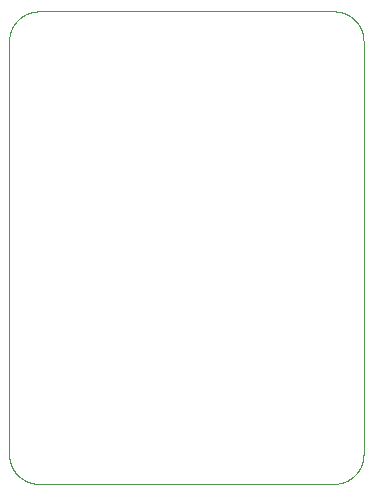
<source format=gbr>
%TF.GenerationSoftware,Flux,Pcbnew,7.0.11-7.0.11~ubuntu20.04.1*%
%TF.CreationDate,2025-02-06T22:25:38+00:00*%
%TF.ProjectId,input,696e7075-742e-46b6-9963-61645f706362,rev?*%
%TF.SameCoordinates,Original*%
%TF.FileFunction,Profile,NP*%
%FSLAX46Y46*%
G04 Gerber Fmt 4.6, Leading zero omitted, Abs format (unit mm)*
G04 Filename: driverv4release*
G04 Build it with Flux! Visit our site at: https://www.flux.ai (PCBNEW 7.0.11-7.0.11~ubuntu20.04.1) date 2025-02-06 22:25:38*
%MOMM*%
%LPD*%
G01*
G04 APERTURE LIST*
%TA.AperFunction,Profile*%
%ADD10C,0.050000*%
%TD*%
G04 APERTURE END LIST*
D10*
X-11432900Y-18932900D02*
X-11463579Y-18932712D01*
X-11463579Y-18932712D02*
X-11494253Y-18932147D01*
X-11494253Y-18932147D02*
X-11524918Y-18931206D01*
X-11524918Y-18931206D02*
X-11555569Y-18929889D01*
X-11555569Y-18929889D02*
X-11586202Y-18928195D01*
X-11586202Y-18928195D02*
X-11616811Y-18926126D01*
X-11616811Y-18926126D02*
X-11647393Y-18923682D01*
X-11647393Y-18923682D02*
X-11677943Y-18920862D01*
X-11677943Y-18920862D02*
X-11708456Y-18917667D01*
X-11708456Y-18917667D02*
X-11738927Y-18914099D01*
X-11738927Y-18914099D02*
X-11769352Y-18910157D01*
X-11769352Y-18910157D02*
X-11799726Y-18905841D01*
X-11799726Y-18905841D02*
X-11830045Y-18901154D01*
X-11830045Y-18901154D02*
X-11860305Y-18896094D01*
X-11860305Y-18896094D02*
X-11890500Y-18890664D01*
X-11890500Y-18890664D02*
X-11920626Y-18884863D01*
X-11920626Y-18884863D02*
X-11950678Y-18878693D01*
X-11950678Y-18878693D02*
X-11980653Y-18872155D01*
X-11980653Y-18872155D02*
X-12010545Y-18865250D01*
X-12010545Y-18865250D02*
X-12040350Y-18857978D01*
X-12040350Y-18857978D02*
X-12070064Y-18850341D01*
X-12070064Y-18850341D02*
X-12099682Y-18842340D01*
X-12099682Y-18842340D02*
X-12129199Y-18833976D01*
X-12129199Y-18833976D02*
X-12158612Y-18825251D01*
X-12158612Y-18825251D02*
X-12187915Y-18816165D01*
X-12187915Y-18816165D02*
X-12217104Y-18806720D01*
X-12217104Y-18806720D02*
X-12246176Y-18796918D01*
X-12246176Y-18796918D02*
X-12275125Y-18786760D01*
X-12275125Y-18786760D02*
X-12303947Y-18776248D01*
X-12303947Y-18776248D02*
X-12332638Y-18765382D01*
X-12332638Y-18765382D02*
X-12361193Y-18754165D01*
X-12361193Y-18754165D02*
X-12389609Y-18742599D01*
X-12389609Y-18742599D02*
X-12417880Y-18730685D01*
X-12417880Y-18730685D02*
X-12446003Y-18718424D01*
X-12446003Y-18718424D02*
X-12473974Y-18705820D01*
X-12473974Y-18705820D02*
X-12501788Y-18692873D01*
X-12501788Y-18692873D02*
X-12529441Y-18679586D01*
X-12529441Y-18679586D02*
X-12556928Y-18665961D01*
X-12556928Y-18665961D02*
X-12584247Y-18651999D01*
X-12584247Y-18651999D02*
X-12611392Y-18637703D01*
X-12611392Y-18637703D02*
X-12638359Y-18623075D01*
X-12638359Y-18623075D02*
X-12665145Y-18608117D01*
X-12665145Y-18608117D02*
X-12691746Y-18592832D01*
X-12691746Y-18592832D02*
X-12718157Y-18577222D01*
X-12718157Y-18577222D02*
X-12744374Y-18561288D01*
X-12744374Y-18561288D02*
X-12770394Y-18545034D01*
X-12770394Y-18545034D02*
X-12796212Y-18528462D01*
X-12796212Y-18528462D02*
X-12821826Y-18511574D01*
X-12821826Y-18511574D02*
X-12847230Y-18494373D01*
X-12847230Y-18494373D02*
X-12872420Y-18476862D01*
X-12872420Y-18476862D02*
X-12897395Y-18459043D01*
X-12897395Y-18459043D02*
X-12922148Y-18440919D01*
X-12922148Y-18440919D02*
X-12946678Y-18422492D01*
X-12946678Y-18422492D02*
X-12970979Y-18403766D01*
X-12970979Y-18403766D02*
X-12995049Y-18384743D01*
X-12995049Y-18384743D02*
X-13018883Y-18365426D01*
X-13018883Y-18365426D02*
X-13042479Y-18345818D01*
X-13042479Y-18345818D02*
X-13065832Y-18325922D01*
X-13065832Y-18325922D02*
X-13088939Y-18305741D01*
X-13088939Y-18305741D02*
X-13111797Y-18285278D01*
X-13111797Y-18285278D02*
X-13134402Y-18264536D01*
X-13134402Y-18264536D02*
X-13156751Y-18243518D01*
X-13156751Y-18243518D02*
X-13178841Y-18222227D01*
X-13178841Y-18222227D02*
X-13200667Y-18200667D01*
X-13200667Y-18200667D02*
X-13222227Y-18178841D01*
X-13222227Y-18178841D02*
X-13243518Y-18156751D01*
X-13243518Y-18156751D02*
X-13264536Y-18134402D01*
X-13264536Y-18134402D02*
X-13285278Y-18111797D01*
X-13285278Y-18111797D02*
X-13305741Y-18088939D01*
X-13305741Y-18088939D02*
X-13325922Y-18065832D01*
X-13325922Y-18065832D02*
X-13345818Y-18042479D01*
X-13345818Y-18042479D02*
X-13365426Y-18018883D01*
X-13365426Y-18018883D02*
X-13384743Y-17995049D01*
X-13384743Y-17995049D02*
X-13403766Y-17970979D01*
X-13403766Y-17970979D02*
X-13422492Y-17946678D01*
X-13422492Y-17946678D02*
X-13440919Y-17922148D01*
X-13440919Y-17922148D02*
X-13459043Y-17897395D01*
X-13459043Y-17897395D02*
X-13476862Y-17872420D01*
X-13476862Y-17872420D02*
X-13494373Y-17847230D01*
X-13494373Y-17847230D02*
X-13511574Y-17821826D01*
X-13511574Y-17821826D02*
X-13528462Y-17796212D01*
X-13528462Y-17796212D02*
X-13545034Y-17770394D01*
X-13545034Y-17770394D02*
X-13561288Y-17744374D01*
X-13561288Y-17744374D02*
X-13577222Y-17718157D01*
X-13577222Y-17718157D02*
X-13592832Y-17691746D01*
X-13592832Y-17691746D02*
X-13608117Y-17665145D01*
X-13608117Y-17665145D02*
X-13623075Y-17638359D01*
X-13623075Y-17638359D02*
X-13637703Y-17611392D01*
X-13637703Y-17611392D02*
X-13651999Y-17584247D01*
X-13651999Y-17584247D02*
X-13665961Y-17556928D01*
X-13665961Y-17556928D02*
X-13679586Y-17529441D01*
X-13679586Y-17529441D02*
X-13692873Y-17501788D01*
X-13692873Y-17501788D02*
X-13705820Y-17473974D01*
X-13705820Y-17473974D02*
X-13718424Y-17446003D01*
X-13718424Y-17446003D02*
X-13730685Y-17417880D01*
X-13730685Y-17417880D02*
X-13742599Y-17389609D01*
X-13742599Y-17389609D02*
X-13754165Y-17361193D01*
X-13754165Y-17361193D02*
X-13765382Y-17332638D01*
X-13765382Y-17332638D02*
X-13776248Y-17303947D01*
X-13776248Y-17303947D02*
X-13786760Y-17275125D01*
X-13786760Y-17275125D02*
X-13796918Y-17246176D01*
X-13796918Y-17246176D02*
X-13806720Y-17217104D01*
X-13806720Y-17217104D02*
X-13816165Y-17187915D01*
X-13816165Y-17187915D02*
X-13825251Y-17158612D01*
X-13825251Y-17158612D02*
X-13833976Y-17129199D01*
X-13833976Y-17129199D02*
X-13842340Y-17099682D01*
X-13842340Y-17099682D02*
X-13850341Y-17070064D01*
X-13850341Y-17070064D02*
X-13857978Y-17040350D01*
X-13857978Y-17040350D02*
X-13865250Y-17010545D01*
X-13865250Y-17010545D02*
X-13872155Y-16980653D01*
X-13872155Y-16980653D02*
X-13878693Y-16950678D01*
X-13878693Y-16950678D02*
X-13884863Y-16920626D01*
X-13884863Y-16920626D02*
X-13890664Y-16890500D01*
X-13890664Y-16890500D02*
X-13896094Y-16860305D01*
X-13896094Y-16860305D02*
X-13901154Y-16830045D01*
X-13901154Y-16830045D02*
X-13905841Y-16799726D01*
X-13905841Y-16799726D02*
X-13910157Y-16769352D01*
X-13910157Y-16769352D02*
X-13914099Y-16738927D01*
X-13914099Y-16738927D02*
X-13917667Y-16708456D01*
X-13917667Y-16708456D02*
X-13920862Y-16677943D01*
X-13920862Y-16677943D02*
X-13923682Y-16647393D01*
X-13923682Y-16647393D02*
X-13926126Y-16616811D01*
X-13926126Y-16616811D02*
X-13928195Y-16586202D01*
X-13928195Y-16586202D02*
X-13929889Y-16555569D01*
X-13929889Y-16555569D02*
X-13931206Y-16524918D01*
X-13931206Y-16524918D02*
X-13932147Y-16494253D01*
X-13932147Y-16494253D02*
X-13932712Y-16463579D01*
X-13932712Y-16463579D02*
X-13932900Y-16432900D01*
X-13932900Y-16432900D02*
X-13932900Y18567100D01*
X-13932900Y18567100D02*
X-13932712Y18597779D01*
X-13932712Y18597779D02*
X-13932147Y18628453D01*
X-13932147Y18628453D02*
X-13931206Y18659118D01*
X-13931206Y18659118D02*
X-13929889Y18689769D01*
X-13929889Y18689769D02*
X-13928195Y18720402D01*
X-13928195Y18720402D02*
X-13926126Y18751011D01*
X-13926126Y18751011D02*
X-13923682Y18781593D01*
X-13923682Y18781593D02*
X-13920862Y18812143D01*
X-13920862Y18812143D02*
X-13917667Y18842656D01*
X-13917667Y18842656D02*
X-13914099Y18873127D01*
X-13914099Y18873127D02*
X-13910157Y18903552D01*
X-13910157Y18903552D02*
X-13905841Y18933926D01*
X-13905841Y18933926D02*
X-13901154Y18964245D01*
X-13901154Y18964245D02*
X-13896094Y18994505D01*
X-13896094Y18994505D02*
X-13890664Y19024700D01*
X-13890664Y19024700D02*
X-13884863Y19054826D01*
X-13884863Y19054826D02*
X-13878693Y19084878D01*
X-13878693Y19084878D02*
X-13872155Y19114853D01*
X-13872155Y19114853D02*
X-13865250Y19144745D01*
X-13865250Y19144745D02*
X-13857978Y19174550D01*
X-13857978Y19174550D02*
X-13850341Y19204264D01*
X-13850341Y19204264D02*
X-13842340Y19233882D01*
X-13842340Y19233882D02*
X-13833976Y19263399D01*
X-13833976Y19263399D02*
X-13825251Y19292812D01*
X-13825251Y19292812D02*
X-13816165Y19322115D01*
X-13816165Y19322115D02*
X-13806720Y19351304D01*
X-13806720Y19351304D02*
X-13796918Y19380376D01*
X-13796918Y19380376D02*
X-13786760Y19409325D01*
X-13786760Y19409325D02*
X-13776248Y19438147D01*
X-13776248Y19438147D02*
X-13765382Y19466838D01*
X-13765382Y19466838D02*
X-13754165Y19495393D01*
X-13754165Y19495393D02*
X-13742599Y19523809D01*
X-13742599Y19523809D02*
X-13730685Y19552080D01*
X-13730685Y19552080D02*
X-13718424Y19580203D01*
X-13718424Y19580203D02*
X-13705820Y19608174D01*
X-13705820Y19608174D02*
X-13692873Y19635988D01*
X-13692873Y19635988D02*
X-13679586Y19663641D01*
X-13679586Y19663641D02*
X-13665961Y19691128D01*
X-13665961Y19691128D02*
X-13651999Y19718447D01*
X-13651999Y19718447D02*
X-13637703Y19745592D01*
X-13637703Y19745592D02*
X-13623075Y19772559D01*
X-13623075Y19772559D02*
X-13608117Y19799345D01*
X-13608117Y19799345D02*
X-13592832Y19825946D01*
X-13592832Y19825946D02*
X-13577222Y19852357D01*
X-13577222Y19852357D02*
X-13561288Y19878574D01*
X-13561288Y19878574D02*
X-13545034Y19904594D01*
X-13545034Y19904594D02*
X-13528462Y19930412D01*
X-13528462Y19930412D02*
X-13511574Y19956026D01*
X-13511574Y19956026D02*
X-13494373Y19981430D01*
X-13494373Y19981430D02*
X-13476862Y20006620D01*
X-13476862Y20006620D02*
X-13459043Y20031595D01*
X-13459043Y20031595D02*
X-13440919Y20056348D01*
X-13440919Y20056348D02*
X-13422492Y20080878D01*
X-13422492Y20080878D02*
X-13403766Y20105179D01*
X-13403766Y20105179D02*
X-13384743Y20129249D01*
X-13384743Y20129249D02*
X-13365426Y20153083D01*
X-13365426Y20153083D02*
X-13345818Y20176679D01*
X-13345818Y20176679D02*
X-13325922Y20200032D01*
X-13325922Y20200032D02*
X-13305741Y20223139D01*
X-13305741Y20223139D02*
X-13285278Y20245997D01*
X-13285278Y20245997D02*
X-13264536Y20268602D01*
X-13264536Y20268602D02*
X-13243518Y20290951D01*
X-13243518Y20290951D02*
X-13222227Y20313041D01*
X-13222227Y20313041D02*
X-13200667Y20334867D01*
X-13200667Y20334867D02*
X-13178841Y20356427D01*
X-13178841Y20356427D02*
X-13156751Y20377718D01*
X-13156751Y20377718D02*
X-13134402Y20398736D01*
X-13134402Y20398736D02*
X-13111797Y20419478D01*
X-13111797Y20419478D02*
X-13088939Y20439941D01*
X-13088939Y20439941D02*
X-13065832Y20460122D01*
X-13065832Y20460122D02*
X-13042479Y20480018D01*
X-13042479Y20480018D02*
X-13018883Y20499626D01*
X-13018883Y20499626D02*
X-12995049Y20518943D01*
X-12995049Y20518943D02*
X-12970979Y20537966D01*
X-12970979Y20537966D02*
X-12946678Y20556692D01*
X-12946678Y20556692D02*
X-12922148Y20575119D01*
X-12922148Y20575119D02*
X-12897395Y20593243D01*
X-12897395Y20593243D02*
X-12872420Y20611062D01*
X-12872420Y20611062D02*
X-12847230Y20628573D01*
X-12847230Y20628573D02*
X-12821826Y20645774D01*
X-12821826Y20645774D02*
X-12796212Y20662662D01*
X-12796212Y20662662D02*
X-12770394Y20679234D01*
X-12770394Y20679234D02*
X-12744374Y20695488D01*
X-12744374Y20695488D02*
X-12718157Y20711422D01*
X-12718157Y20711422D02*
X-12691746Y20727032D01*
X-12691746Y20727032D02*
X-12665145Y20742317D01*
X-12665145Y20742317D02*
X-12638359Y20757275D01*
X-12638359Y20757275D02*
X-12611392Y20771903D01*
X-12611392Y20771903D02*
X-12584247Y20786199D01*
X-12584247Y20786199D02*
X-12556928Y20800161D01*
X-12556928Y20800161D02*
X-12529441Y20813786D01*
X-12529441Y20813786D02*
X-12501788Y20827073D01*
X-12501788Y20827073D02*
X-12473974Y20840020D01*
X-12473974Y20840020D02*
X-12446003Y20852624D01*
X-12446003Y20852624D02*
X-12417880Y20864885D01*
X-12417880Y20864885D02*
X-12389609Y20876799D01*
X-12389609Y20876799D02*
X-12361193Y20888365D01*
X-12361193Y20888365D02*
X-12332638Y20899582D01*
X-12332638Y20899582D02*
X-12303947Y20910448D01*
X-12303947Y20910448D02*
X-12275125Y20920960D01*
X-12275125Y20920960D02*
X-12246176Y20931118D01*
X-12246176Y20931118D02*
X-12217104Y20940920D01*
X-12217104Y20940920D02*
X-12187915Y20950365D01*
X-12187915Y20950365D02*
X-12158612Y20959451D01*
X-12158612Y20959451D02*
X-12129199Y20968176D01*
X-12129199Y20968176D02*
X-12099682Y20976540D01*
X-12099682Y20976540D02*
X-12070064Y20984541D01*
X-12070064Y20984541D02*
X-12040350Y20992178D01*
X-12040350Y20992178D02*
X-12010545Y20999450D01*
X-12010545Y20999450D02*
X-11980653Y21006355D01*
X-11980653Y21006355D02*
X-11950678Y21012893D01*
X-11950678Y21012893D02*
X-11920626Y21019063D01*
X-11920626Y21019063D02*
X-11890500Y21024864D01*
X-11890500Y21024864D02*
X-11860305Y21030294D01*
X-11860305Y21030294D02*
X-11830045Y21035354D01*
X-11830045Y21035354D02*
X-11799726Y21040041D01*
X-11799726Y21040041D02*
X-11769352Y21044357D01*
X-11769352Y21044357D02*
X-11738927Y21048299D01*
X-11738927Y21048299D02*
X-11708456Y21051867D01*
X-11708456Y21051867D02*
X-11677943Y21055062D01*
X-11677943Y21055062D02*
X-11647393Y21057882D01*
X-11647393Y21057882D02*
X-11616811Y21060326D01*
X-11616811Y21060326D02*
X-11586202Y21062395D01*
X-11586202Y21062395D02*
X-11555569Y21064089D01*
X-11555569Y21064089D02*
X-11524918Y21065406D01*
X-11524918Y21065406D02*
X-11494253Y21066347D01*
X-11494253Y21066347D02*
X-11463579Y21066912D01*
X-11463579Y21066912D02*
X-11432900Y21067100D01*
X-11432900Y21067100D02*
X13567100Y21067100D01*
X13567100Y21067100D02*
X13597779Y21066912D01*
X13597779Y21066912D02*
X13628453Y21066347D01*
X13628453Y21066347D02*
X13659118Y21065406D01*
X13659118Y21065406D02*
X13689769Y21064089D01*
X13689769Y21064089D02*
X13720402Y21062395D01*
X13720402Y21062395D02*
X13751011Y21060326D01*
X13751011Y21060326D02*
X13781593Y21057882D01*
X13781593Y21057882D02*
X13812143Y21055062D01*
X13812143Y21055062D02*
X13842656Y21051867D01*
X13842656Y21051867D02*
X13873127Y21048299D01*
X13873127Y21048299D02*
X13903552Y21044357D01*
X13903552Y21044357D02*
X13933926Y21040041D01*
X13933926Y21040041D02*
X13964245Y21035354D01*
X13964245Y21035354D02*
X13994505Y21030294D01*
X13994505Y21030294D02*
X14024700Y21024864D01*
X14024700Y21024864D02*
X14054826Y21019063D01*
X14054826Y21019063D02*
X14084878Y21012893D01*
X14084878Y21012893D02*
X14114853Y21006355D01*
X14114853Y21006355D02*
X14144745Y20999450D01*
X14144745Y20999450D02*
X14174550Y20992178D01*
X14174550Y20992178D02*
X14204264Y20984541D01*
X14204264Y20984541D02*
X14233882Y20976540D01*
X14233882Y20976540D02*
X14263399Y20968176D01*
X14263399Y20968176D02*
X14292812Y20959451D01*
X14292812Y20959451D02*
X14322115Y20950365D01*
X14322115Y20950365D02*
X14351304Y20940920D01*
X14351304Y20940920D02*
X14380376Y20931118D01*
X14380376Y20931118D02*
X14409325Y20920960D01*
X14409325Y20920960D02*
X14438147Y20910448D01*
X14438147Y20910448D02*
X14466838Y20899582D01*
X14466838Y20899582D02*
X14495393Y20888365D01*
X14495393Y20888365D02*
X14523809Y20876799D01*
X14523809Y20876799D02*
X14552080Y20864885D01*
X14552080Y20864885D02*
X14580203Y20852624D01*
X14580203Y20852624D02*
X14608174Y20840020D01*
X14608174Y20840020D02*
X14635988Y20827073D01*
X14635988Y20827073D02*
X14663641Y20813786D01*
X14663641Y20813786D02*
X14691128Y20800161D01*
X14691128Y20800161D02*
X14718447Y20786199D01*
X14718447Y20786199D02*
X14745592Y20771903D01*
X14745592Y20771903D02*
X14772559Y20757275D01*
X14772559Y20757275D02*
X14799345Y20742317D01*
X14799345Y20742317D02*
X14825946Y20727032D01*
X14825946Y20727032D02*
X14852357Y20711422D01*
X14852357Y20711422D02*
X14878574Y20695488D01*
X14878574Y20695488D02*
X14904594Y20679234D01*
X14904594Y20679234D02*
X14930412Y20662662D01*
X14930412Y20662662D02*
X14956026Y20645774D01*
X14956026Y20645774D02*
X14981430Y20628573D01*
X14981430Y20628573D02*
X15006620Y20611062D01*
X15006620Y20611062D02*
X15031595Y20593243D01*
X15031595Y20593243D02*
X15056348Y20575119D01*
X15056348Y20575119D02*
X15080878Y20556692D01*
X15080878Y20556692D02*
X15105179Y20537966D01*
X15105179Y20537966D02*
X15129249Y20518943D01*
X15129249Y20518943D02*
X15153083Y20499626D01*
X15153083Y20499626D02*
X15176679Y20480018D01*
X15176679Y20480018D02*
X15200032Y20460122D01*
X15200032Y20460122D02*
X15223139Y20439941D01*
X15223139Y20439941D02*
X15245997Y20419478D01*
X15245997Y20419478D02*
X15268602Y20398736D01*
X15268602Y20398736D02*
X15290951Y20377718D01*
X15290951Y20377718D02*
X15313041Y20356427D01*
X15313041Y20356427D02*
X15334867Y20334867D01*
X15334867Y20334867D02*
X15356427Y20313041D01*
X15356427Y20313041D02*
X15377718Y20290951D01*
X15377718Y20290951D02*
X15398736Y20268602D01*
X15398736Y20268602D02*
X15419478Y20245997D01*
X15419478Y20245997D02*
X15439941Y20223139D01*
X15439941Y20223139D02*
X15460122Y20200032D01*
X15460122Y20200032D02*
X15480018Y20176679D01*
X15480018Y20176679D02*
X15499626Y20153083D01*
X15499626Y20153083D02*
X15518943Y20129249D01*
X15518943Y20129249D02*
X15537966Y20105179D01*
X15537966Y20105179D02*
X15556692Y20080878D01*
X15556692Y20080878D02*
X15575119Y20056348D01*
X15575119Y20056348D02*
X15593243Y20031595D01*
X15593243Y20031595D02*
X15611062Y20006620D01*
X15611062Y20006620D02*
X15628573Y19981430D01*
X15628573Y19981430D02*
X15645774Y19956026D01*
X15645774Y19956026D02*
X15662662Y19930412D01*
X15662662Y19930412D02*
X15679234Y19904594D01*
X15679234Y19904594D02*
X15695488Y19878574D01*
X15695488Y19878574D02*
X15711422Y19852357D01*
X15711422Y19852357D02*
X15727032Y19825946D01*
X15727032Y19825946D02*
X15742317Y19799345D01*
X15742317Y19799345D02*
X15757275Y19772559D01*
X15757275Y19772559D02*
X15771903Y19745592D01*
X15771903Y19745592D02*
X15786199Y19718447D01*
X15786199Y19718447D02*
X15800161Y19691128D01*
X15800161Y19691128D02*
X15813786Y19663641D01*
X15813786Y19663641D02*
X15827073Y19635988D01*
X15827073Y19635988D02*
X15840020Y19608174D01*
X15840020Y19608174D02*
X15852624Y19580203D01*
X15852624Y19580203D02*
X15864885Y19552080D01*
X15864885Y19552080D02*
X15876799Y19523809D01*
X15876799Y19523809D02*
X15888365Y19495393D01*
X15888365Y19495393D02*
X15899582Y19466838D01*
X15899582Y19466838D02*
X15910448Y19438147D01*
X15910448Y19438147D02*
X15920960Y19409325D01*
X15920960Y19409325D02*
X15931118Y19380376D01*
X15931118Y19380376D02*
X15940920Y19351304D01*
X15940920Y19351304D02*
X15950365Y19322115D01*
X15950365Y19322115D02*
X15959451Y19292812D01*
X15959451Y19292812D02*
X15968176Y19263399D01*
X15968176Y19263399D02*
X15976540Y19233882D01*
X15976540Y19233882D02*
X15984541Y19204264D01*
X15984541Y19204264D02*
X15992178Y19174550D01*
X15992178Y19174550D02*
X15999450Y19144745D01*
X15999450Y19144745D02*
X16006355Y19114853D01*
X16006355Y19114853D02*
X16012893Y19084878D01*
X16012893Y19084878D02*
X16019063Y19054826D01*
X16019063Y19054826D02*
X16024864Y19024700D01*
X16024864Y19024700D02*
X16030294Y18994505D01*
X16030294Y18994505D02*
X16035354Y18964245D01*
X16035354Y18964245D02*
X16040041Y18933926D01*
X16040041Y18933926D02*
X16044357Y18903552D01*
X16044357Y18903552D02*
X16048299Y18873127D01*
X16048299Y18873127D02*
X16051867Y18842656D01*
X16051867Y18842656D02*
X16055062Y18812143D01*
X16055062Y18812143D02*
X16057882Y18781593D01*
X16057882Y18781593D02*
X16060326Y18751011D01*
X16060326Y18751011D02*
X16062395Y18720402D01*
X16062395Y18720402D02*
X16064089Y18689769D01*
X16064089Y18689769D02*
X16065406Y18659118D01*
X16065406Y18659118D02*
X16066347Y18628453D01*
X16066347Y18628453D02*
X16066912Y18597779D01*
X16066912Y18597779D02*
X16067100Y18567100D01*
X16067100Y18567100D02*
X16067100Y-16432900D01*
X16067100Y-16432900D02*
X16066912Y-16463579D01*
X16066912Y-16463579D02*
X16066347Y-16494253D01*
X16066347Y-16494253D02*
X16065406Y-16524918D01*
X16065406Y-16524918D02*
X16064089Y-16555569D01*
X16064089Y-16555569D02*
X16062395Y-16586202D01*
X16062395Y-16586202D02*
X16060326Y-16616811D01*
X16060326Y-16616811D02*
X16057882Y-16647393D01*
X16057882Y-16647393D02*
X16055062Y-16677943D01*
X16055062Y-16677943D02*
X16051867Y-16708456D01*
X16051867Y-16708456D02*
X16048299Y-16738927D01*
X16048299Y-16738927D02*
X16044357Y-16769352D01*
X16044357Y-16769352D02*
X16040041Y-16799726D01*
X16040041Y-16799726D02*
X16035354Y-16830045D01*
X16035354Y-16830045D02*
X16030294Y-16860305D01*
X16030294Y-16860305D02*
X16024864Y-16890500D01*
X16024864Y-16890500D02*
X16019063Y-16920626D01*
X16019063Y-16920626D02*
X16012893Y-16950678D01*
X16012893Y-16950678D02*
X16006355Y-16980653D01*
X16006355Y-16980653D02*
X15999450Y-17010545D01*
X15999450Y-17010545D02*
X15992178Y-17040350D01*
X15992178Y-17040350D02*
X15984541Y-17070064D01*
X15984541Y-17070064D02*
X15976540Y-17099682D01*
X15976540Y-17099682D02*
X15968176Y-17129199D01*
X15968176Y-17129199D02*
X15959451Y-17158612D01*
X15959451Y-17158612D02*
X15950365Y-17187915D01*
X15950365Y-17187915D02*
X15940920Y-17217104D01*
X15940920Y-17217104D02*
X15931118Y-17246176D01*
X15931118Y-17246176D02*
X15920960Y-17275125D01*
X15920960Y-17275125D02*
X15910448Y-17303947D01*
X15910448Y-17303947D02*
X15899582Y-17332638D01*
X15899582Y-17332638D02*
X15888365Y-17361193D01*
X15888365Y-17361193D02*
X15876799Y-17389609D01*
X15876799Y-17389609D02*
X15864885Y-17417880D01*
X15864885Y-17417880D02*
X15852624Y-17446003D01*
X15852624Y-17446003D02*
X15840020Y-17473974D01*
X15840020Y-17473974D02*
X15827073Y-17501788D01*
X15827073Y-17501788D02*
X15813786Y-17529441D01*
X15813786Y-17529441D02*
X15800161Y-17556928D01*
X15800161Y-17556928D02*
X15786199Y-17584247D01*
X15786199Y-17584247D02*
X15771903Y-17611392D01*
X15771903Y-17611392D02*
X15757275Y-17638359D01*
X15757275Y-17638359D02*
X15742317Y-17665145D01*
X15742317Y-17665145D02*
X15727032Y-17691746D01*
X15727032Y-17691746D02*
X15711422Y-17718157D01*
X15711422Y-17718157D02*
X15695488Y-17744374D01*
X15695488Y-17744374D02*
X15679234Y-17770394D01*
X15679234Y-17770394D02*
X15662662Y-17796212D01*
X15662662Y-17796212D02*
X15645774Y-17821826D01*
X15645774Y-17821826D02*
X15628573Y-17847230D01*
X15628573Y-17847230D02*
X15611062Y-17872420D01*
X15611062Y-17872420D02*
X15593243Y-17897395D01*
X15593243Y-17897395D02*
X15575119Y-17922148D01*
X15575119Y-17922148D02*
X15556692Y-17946678D01*
X15556692Y-17946678D02*
X15537966Y-17970979D01*
X15537966Y-17970979D02*
X15518943Y-17995049D01*
X15518943Y-17995049D02*
X15499626Y-18018883D01*
X15499626Y-18018883D02*
X15480018Y-18042479D01*
X15480018Y-18042479D02*
X15460122Y-18065832D01*
X15460122Y-18065832D02*
X15439941Y-18088939D01*
X15439941Y-18088939D02*
X15419478Y-18111797D01*
X15419478Y-18111797D02*
X15398736Y-18134402D01*
X15398736Y-18134402D02*
X15377718Y-18156751D01*
X15377718Y-18156751D02*
X15356427Y-18178841D01*
X15356427Y-18178841D02*
X15334867Y-18200667D01*
X15334867Y-18200667D02*
X15313041Y-18222227D01*
X15313041Y-18222227D02*
X15290951Y-18243518D01*
X15290951Y-18243518D02*
X15268602Y-18264536D01*
X15268602Y-18264536D02*
X15245997Y-18285278D01*
X15245997Y-18285278D02*
X15223139Y-18305741D01*
X15223139Y-18305741D02*
X15200032Y-18325922D01*
X15200032Y-18325922D02*
X15176679Y-18345818D01*
X15176679Y-18345818D02*
X15153083Y-18365426D01*
X15153083Y-18365426D02*
X15129249Y-18384743D01*
X15129249Y-18384743D02*
X15105179Y-18403766D01*
X15105179Y-18403766D02*
X15080878Y-18422492D01*
X15080878Y-18422492D02*
X15056348Y-18440919D01*
X15056348Y-18440919D02*
X15031595Y-18459043D01*
X15031595Y-18459043D02*
X15006620Y-18476862D01*
X15006620Y-18476862D02*
X14981430Y-18494373D01*
X14981430Y-18494373D02*
X14956026Y-18511574D01*
X14956026Y-18511574D02*
X14930412Y-18528462D01*
X14930412Y-18528462D02*
X14904594Y-18545034D01*
X14904594Y-18545034D02*
X14878574Y-18561288D01*
X14878574Y-18561288D02*
X14852357Y-18577222D01*
X14852357Y-18577222D02*
X14825946Y-18592832D01*
X14825946Y-18592832D02*
X14799345Y-18608117D01*
X14799345Y-18608117D02*
X14772559Y-18623075D01*
X14772559Y-18623075D02*
X14745592Y-18637703D01*
X14745592Y-18637703D02*
X14718447Y-18651999D01*
X14718447Y-18651999D02*
X14691128Y-18665961D01*
X14691128Y-18665961D02*
X14663641Y-18679586D01*
X14663641Y-18679586D02*
X14635988Y-18692873D01*
X14635988Y-18692873D02*
X14608174Y-18705820D01*
X14608174Y-18705820D02*
X14580203Y-18718424D01*
X14580203Y-18718424D02*
X14552080Y-18730685D01*
X14552080Y-18730685D02*
X14523809Y-18742599D01*
X14523809Y-18742599D02*
X14495393Y-18754165D01*
X14495393Y-18754165D02*
X14466838Y-18765382D01*
X14466838Y-18765382D02*
X14438147Y-18776248D01*
X14438147Y-18776248D02*
X14409325Y-18786760D01*
X14409325Y-18786760D02*
X14380376Y-18796918D01*
X14380376Y-18796918D02*
X14351304Y-18806720D01*
X14351304Y-18806720D02*
X14322115Y-18816165D01*
X14322115Y-18816165D02*
X14292812Y-18825251D01*
X14292812Y-18825251D02*
X14263399Y-18833976D01*
X14263399Y-18833976D02*
X14233882Y-18842340D01*
X14233882Y-18842340D02*
X14204264Y-18850341D01*
X14204264Y-18850341D02*
X14174550Y-18857978D01*
X14174550Y-18857978D02*
X14144745Y-18865250D01*
X14144745Y-18865250D02*
X14114853Y-18872155D01*
X14114853Y-18872155D02*
X14084878Y-18878693D01*
X14084878Y-18878693D02*
X14054826Y-18884863D01*
X14054826Y-18884863D02*
X14024700Y-18890664D01*
X14024700Y-18890664D02*
X13994505Y-18896094D01*
X13994505Y-18896094D02*
X13964245Y-18901154D01*
X13964245Y-18901154D02*
X13933926Y-18905841D01*
X13933926Y-18905841D02*
X13903552Y-18910157D01*
X13903552Y-18910157D02*
X13873127Y-18914099D01*
X13873127Y-18914099D02*
X13842656Y-18917667D01*
X13842656Y-18917667D02*
X13812143Y-18920862D01*
X13812143Y-18920862D02*
X13781593Y-18923682D01*
X13781593Y-18923682D02*
X13751011Y-18926126D01*
X13751011Y-18926126D02*
X13720402Y-18928195D01*
X13720402Y-18928195D02*
X13689769Y-18929889D01*
X13689769Y-18929889D02*
X13659118Y-18931206D01*
X13659118Y-18931206D02*
X13628453Y-18932147D01*
X13628453Y-18932147D02*
X13597779Y-18932712D01*
X13597779Y-18932712D02*
X13567100Y-18932900D01*
X13567100Y-18932900D02*
X-11432900Y-18932900D01*
M02*

</source>
